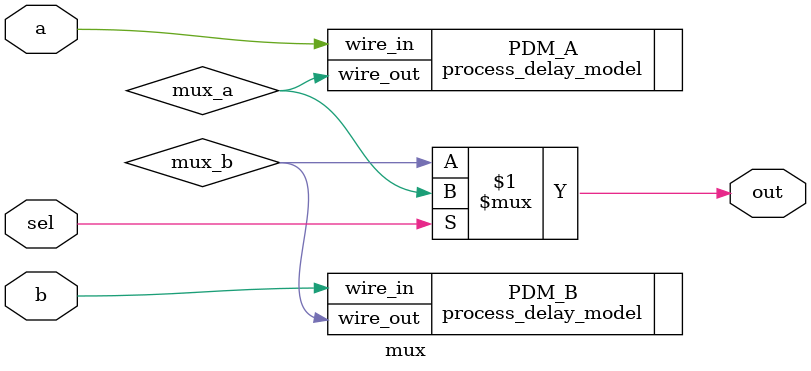
<source format=v>
module mux #(
  parameter [3:0] DELAY = 10
) (
  input a,
  input b,
  input sel,
  output out
);

wire mux_a;
wire mux_b;

assign out = sel ? mux_a : mux_b;

process_delay_model #(
  .DELAY(DELAY[1:0])
) PDM_A(
  .wire_in(a),
  .wire_out(mux_a)
);

process_delay_model #(
  .DELAY(DELAY[3:2])
) PDM_B(
  .wire_in(b),
  .wire_out(mux_b)
);

endmodule

</source>
